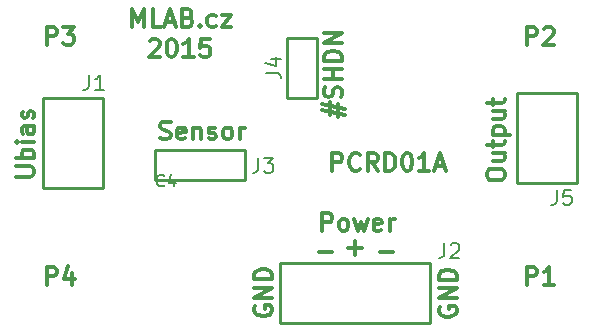
<source format=gbr>
G04 #@! TF.FileFunction,Legend,Top*
%FSLAX46Y46*%
G04 Gerber Fmt 4.6, Leading zero omitted, Abs format (unit mm)*
G04 Created by KiCad (PCBNEW 0.201503230816+5530~22~ubuntu14.04.1-product) date Út 24. březen 2015, 20:19:39 CET*
%MOMM*%
G01*
G04 APERTURE LIST*
%ADD10C,0.100000*%
%ADD11C,0.300000*%
%ADD12C,0.254000*%
%ADD13C,0.203200*%
%ADD14C,0.304800*%
%ADD15C,0.150000*%
G04 APERTURE END LIST*
D10*
D11*
X28305715Y14116929D02*
X28305715Y15616929D01*
X28877143Y15616929D01*
X29020001Y15545500D01*
X29091429Y15474071D01*
X29162858Y15331214D01*
X29162858Y15116929D01*
X29091429Y14974071D01*
X29020001Y14902643D01*
X28877143Y14831214D01*
X28305715Y14831214D01*
X30662858Y14259786D02*
X30591429Y14188357D01*
X30377143Y14116929D01*
X30234286Y14116929D01*
X30020001Y14188357D01*
X29877143Y14331214D01*
X29805715Y14474071D01*
X29734286Y14759786D01*
X29734286Y14974071D01*
X29805715Y15259786D01*
X29877143Y15402643D01*
X30020001Y15545500D01*
X30234286Y15616929D01*
X30377143Y15616929D01*
X30591429Y15545500D01*
X30662858Y15474071D01*
X32162858Y14116929D02*
X31662858Y14831214D01*
X31305715Y14116929D02*
X31305715Y15616929D01*
X31877143Y15616929D01*
X32020001Y15545500D01*
X32091429Y15474071D01*
X32162858Y15331214D01*
X32162858Y15116929D01*
X32091429Y14974071D01*
X32020001Y14902643D01*
X31877143Y14831214D01*
X31305715Y14831214D01*
X32805715Y14116929D02*
X32805715Y15616929D01*
X33162858Y15616929D01*
X33377143Y15545500D01*
X33520001Y15402643D01*
X33591429Y15259786D01*
X33662858Y14974071D01*
X33662858Y14759786D01*
X33591429Y14474071D01*
X33520001Y14331214D01*
X33377143Y14188357D01*
X33162858Y14116929D01*
X32805715Y14116929D01*
X34591429Y15616929D02*
X34734286Y15616929D01*
X34877143Y15545500D01*
X34948572Y15474071D01*
X35020001Y15331214D01*
X35091429Y15045500D01*
X35091429Y14688357D01*
X35020001Y14402643D01*
X34948572Y14259786D01*
X34877143Y14188357D01*
X34734286Y14116929D01*
X34591429Y14116929D01*
X34448572Y14188357D01*
X34377143Y14259786D01*
X34305715Y14402643D01*
X34234286Y14688357D01*
X34234286Y15045500D01*
X34305715Y15331214D01*
X34377143Y15474071D01*
X34448572Y15545500D01*
X34591429Y15616929D01*
X36520000Y14116929D02*
X35662857Y14116929D01*
X36091429Y14116929D02*
X36091429Y15616929D01*
X35948572Y15402643D01*
X35805714Y15259786D01*
X35662857Y15188357D01*
X37091428Y14545500D02*
X37805714Y14545500D01*
X36948571Y14116929D02*
X37448571Y15616929D01*
X37948571Y14116929D01*
X12859072Y25126071D02*
X12930501Y25197500D01*
X13073358Y25268929D01*
X13430501Y25268929D01*
X13573358Y25197500D01*
X13644787Y25126071D01*
X13716215Y24983214D01*
X13716215Y24840357D01*
X13644787Y24626071D01*
X12787644Y23768929D01*
X13716215Y23768929D01*
X14644786Y25268929D02*
X14787643Y25268929D01*
X14930500Y25197500D01*
X15001929Y25126071D01*
X15073358Y24983214D01*
X15144786Y24697500D01*
X15144786Y24340357D01*
X15073358Y24054643D01*
X15001929Y23911786D01*
X14930500Y23840357D01*
X14787643Y23768929D01*
X14644786Y23768929D01*
X14501929Y23840357D01*
X14430500Y23911786D01*
X14359072Y24054643D01*
X14287643Y24340357D01*
X14287643Y24697500D01*
X14359072Y24983214D01*
X14430500Y25126071D01*
X14501929Y25197500D01*
X14644786Y25268929D01*
X16573357Y23768929D02*
X15716214Y23768929D01*
X16144786Y23768929D02*
X16144786Y25268929D01*
X16001929Y25054643D01*
X15859071Y24911786D01*
X15716214Y24840357D01*
X17930500Y25268929D02*
X17216214Y25268929D01*
X17144785Y24554643D01*
X17216214Y24626071D01*
X17359071Y24697500D01*
X17716214Y24697500D01*
X17859071Y24626071D01*
X17930500Y24554643D01*
X18001928Y24411786D01*
X18001928Y24054643D01*
X17930500Y23911786D01*
X17859071Y23840357D01*
X17716214Y23768929D01*
X17359071Y23768929D01*
X17216214Y23840357D01*
X17144785Y23911786D01*
X11386857Y26308929D02*
X11386857Y27808929D01*
X11886857Y26737500D01*
X12386857Y27808929D01*
X12386857Y26308929D01*
X13815429Y26308929D02*
X13101143Y26308929D01*
X13101143Y27808929D01*
X14244000Y26737500D02*
X14958286Y26737500D01*
X14101143Y26308929D02*
X14601143Y27808929D01*
X15101143Y26308929D01*
X16101143Y27094643D02*
X16315429Y27023214D01*
X16386857Y26951786D01*
X16458286Y26808929D01*
X16458286Y26594643D01*
X16386857Y26451786D01*
X16315429Y26380357D01*
X16172571Y26308929D01*
X15601143Y26308929D01*
X15601143Y27808929D01*
X16101143Y27808929D01*
X16244000Y27737500D01*
X16315429Y27666071D01*
X16386857Y27523214D01*
X16386857Y27380357D01*
X16315429Y27237500D01*
X16244000Y27166071D01*
X16101143Y27094643D01*
X15601143Y27094643D01*
X17101143Y26451786D02*
X17172571Y26380357D01*
X17101143Y26308929D01*
X17029714Y26380357D01*
X17101143Y26451786D01*
X17101143Y26308929D01*
X18458286Y26380357D02*
X18315429Y26308929D01*
X18029715Y26308929D01*
X17886857Y26380357D01*
X17815429Y26451786D01*
X17744000Y26594643D01*
X17744000Y27023214D01*
X17815429Y27166071D01*
X17886857Y27237500D01*
X18029715Y27308929D01*
X18315429Y27308929D01*
X18458286Y27237500D01*
X18958286Y27308929D02*
X19744000Y27308929D01*
X18958286Y26308929D01*
X19744000Y26308929D01*
X27452215Y9036929D02*
X27452215Y10536929D01*
X28023643Y10536929D01*
X28166501Y10465500D01*
X28237929Y10394071D01*
X28309358Y10251214D01*
X28309358Y10036929D01*
X28237929Y9894071D01*
X28166501Y9822643D01*
X28023643Y9751214D01*
X27452215Y9751214D01*
X29166501Y9036929D02*
X29023643Y9108357D01*
X28952215Y9179786D01*
X28880786Y9322643D01*
X28880786Y9751214D01*
X28952215Y9894071D01*
X29023643Y9965500D01*
X29166501Y10036929D01*
X29380786Y10036929D01*
X29523643Y9965500D01*
X29595072Y9894071D01*
X29666501Y9751214D01*
X29666501Y9322643D01*
X29595072Y9179786D01*
X29523643Y9108357D01*
X29380786Y9036929D01*
X29166501Y9036929D01*
X30166501Y10036929D02*
X30452215Y9036929D01*
X30737929Y9751214D01*
X31023644Y9036929D01*
X31309358Y10036929D01*
X32452215Y9108357D02*
X32309358Y9036929D01*
X32023644Y9036929D01*
X31880787Y9108357D01*
X31809358Y9251214D01*
X31809358Y9822643D01*
X31880787Y9965500D01*
X32023644Y10036929D01*
X32309358Y10036929D01*
X32452215Y9965500D01*
X32523644Y9822643D01*
X32523644Y9679786D01*
X31809358Y9536929D01*
X33166501Y9036929D02*
X33166501Y10036929D01*
X33166501Y9751214D02*
X33237929Y9894071D01*
X33309358Y9965500D01*
X33452215Y10036929D01*
X33595072Y10036929D01*
X32321572Y7258857D02*
X33464429Y7258857D01*
X29654572Y7576357D02*
X30797429Y7576357D01*
X30226000Y7004929D02*
X30226000Y8147786D01*
X27178072Y7258857D02*
X28320929Y7258857D01*
X21792500Y2667143D02*
X21721071Y2524286D01*
X21721071Y2310000D01*
X21792500Y2095715D01*
X21935357Y1952857D01*
X22078214Y1881429D01*
X22363929Y1810000D01*
X22578214Y1810000D01*
X22863929Y1881429D01*
X23006786Y1952857D01*
X23149643Y2095715D01*
X23221071Y2310000D01*
X23221071Y2452857D01*
X23149643Y2667143D01*
X23078214Y2738572D01*
X22578214Y2738572D01*
X22578214Y2452857D01*
X23221071Y3381429D02*
X21721071Y3381429D01*
X23221071Y4238572D01*
X21721071Y4238572D01*
X23221071Y4952858D02*
X21721071Y4952858D01*
X21721071Y5310001D01*
X21792500Y5524286D01*
X21935357Y5667144D01*
X22078214Y5738572D01*
X22363929Y5810001D01*
X22578214Y5810001D01*
X22863929Y5738572D01*
X23006786Y5667144D01*
X23149643Y5524286D01*
X23221071Y5310001D01*
X23221071Y4952858D01*
X37413500Y2603643D02*
X37342071Y2460786D01*
X37342071Y2246500D01*
X37413500Y2032215D01*
X37556357Y1889357D01*
X37699214Y1817929D01*
X37984929Y1746500D01*
X38199214Y1746500D01*
X38484929Y1817929D01*
X38627786Y1889357D01*
X38770643Y2032215D01*
X38842071Y2246500D01*
X38842071Y2389357D01*
X38770643Y2603643D01*
X38699214Y2675072D01*
X38199214Y2675072D01*
X38199214Y2389357D01*
X38842071Y3317929D02*
X37342071Y3317929D01*
X38842071Y4175072D01*
X37342071Y4175072D01*
X38842071Y4889358D02*
X37342071Y4889358D01*
X37342071Y5246501D01*
X37413500Y5460786D01*
X37556357Y5603644D01*
X37699214Y5675072D01*
X37984929Y5746501D01*
X38199214Y5746501D01*
X38484929Y5675072D01*
X38627786Y5603644D01*
X38770643Y5460786D01*
X38842071Y5246501D01*
X38842071Y4889358D01*
X41406071Y13664785D02*
X41406071Y13950499D01*
X41477500Y14093357D01*
X41620357Y14236214D01*
X41906071Y14307642D01*
X42406071Y14307642D01*
X42691786Y14236214D01*
X42834643Y14093357D01*
X42906071Y13950499D01*
X42906071Y13664785D01*
X42834643Y13521928D01*
X42691786Y13379071D01*
X42406071Y13307642D01*
X41906071Y13307642D01*
X41620357Y13379071D01*
X41477500Y13521928D01*
X41406071Y13664785D01*
X41906071Y15593357D02*
X42906071Y15593357D01*
X41906071Y14950500D02*
X42691786Y14950500D01*
X42834643Y15021928D01*
X42906071Y15164786D01*
X42906071Y15379071D01*
X42834643Y15521928D01*
X42763214Y15593357D01*
X41906071Y16093357D02*
X41906071Y16664786D01*
X41406071Y16307643D02*
X42691786Y16307643D01*
X42834643Y16379071D01*
X42906071Y16521929D01*
X42906071Y16664786D01*
X41906071Y17164786D02*
X43406071Y17164786D01*
X41977500Y17164786D02*
X41906071Y17307643D01*
X41906071Y17593357D01*
X41977500Y17736214D01*
X42048929Y17807643D01*
X42191786Y17879072D01*
X42620357Y17879072D01*
X42763214Y17807643D01*
X42834643Y17736214D01*
X42906071Y17593357D01*
X42906071Y17307643D01*
X42834643Y17164786D01*
X41906071Y19164786D02*
X42906071Y19164786D01*
X41906071Y18521929D02*
X42691786Y18521929D01*
X42834643Y18593357D01*
X42906071Y18736215D01*
X42906071Y18950500D01*
X42834643Y19093357D01*
X42763214Y19164786D01*
X41906071Y19664786D02*
X41906071Y20236215D01*
X41406071Y19879072D02*
X42691786Y19879072D01*
X42834643Y19950500D01*
X42906071Y20093358D01*
X42906071Y20236215D01*
X28126571Y18852000D02*
X28126571Y19923429D01*
X27483714Y19280572D02*
X29412286Y18852000D01*
X28769429Y19780572D02*
X28769429Y18709143D01*
X29412286Y19352000D02*
X27483714Y19780572D01*
X29055143Y20352000D02*
X29126571Y20566286D01*
X29126571Y20923429D01*
X29055143Y21066286D01*
X28983714Y21137715D01*
X28840857Y21209143D01*
X28698000Y21209143D01*
X28555143Y21137715D01*
X28483714Y21066286D01*
X28412286Y20923429D01*
X28340857Y20637715D01*
X28269429Y20494857D01*
X28198000Y20423429D01*
X28055143Y20352000D01*
X27912286Y20352000D01*
X27769429Y20423429D01*
X27698000Y20494857D01*
X27626571Y20637715D01*
X27626571Y20994857D01*
X27698000Y21209143D01*
X29126571Y21852000D02*
X27626571Y21852000D01*
X28340857Y21852000D02*
X28340857Y22709143D01*
X29126571Y22709143D02*
X27626571Y22709143D01*
X29126571Y23423429D02*
X27626571Y23423429D01*
X27626571Y23780572D01*
X27698000Y23994857D01*
X27840857Y24137715D01*
X27983714Y24209143D01*
X28269429Y24280572D01*
X28483714Y24280572D01*
X28769429Y24209143D01*
X28912286Y24137715D01*
X29055143Y23994857D01*
X29126571Y23780572D01*
X29126571Y23423429D01*
X29126571Y24923429D02*
X27626571Y24923429D01*
X29126571Y25780572D01*
X27626571Y25780572D01*
X13772000Y16855357D02*
X13986286Y16783929D01*
X14343429Y16783929D01*
X14486286Y16855357D01*
X14557715Y16926786D01*
X14629143Y17069643D01*
X14629143Y17212500D01*
X14557715Y17355357D01*
X14486286Y17426786D01*
X14343429Y17498214D01*
X14057715Y17569643D01*
X13914857Y17641071D01*
X13843429Y17712500D01*
X13772000Y17855357D01*
X13772000Y17998214D01*
X13843429Y18141071D01*
X13914857Y18212500D01*
X14057715Y18283929D01*
X14414857Y18283929D01*
X14629143Y18212500D01*
X15843428Y16855357D02*
X15700571Y16783929D01*
X15414857Y16783929D01*
X15272000Y16855357D01*
X15200571Y16998214D01*
X15200571Y17569643D01*
X15272000Y17712500D01*
X15414857Y17783929D01*
X15700571Y17783929D01*
X15843428Y17712500D01*
X15914857Y17569643D01*
X15914857Y17426786D01*
X15200571Y17283929D01*
X16557714Y17783929D02*
X16557714Y16783929D01*
X16557714Y17641071D02*
X16629142Y17712500D01*
X16772000Y17783929D01*
X16986285Y17783929D01*
X17129142Y17712500D01*
X17200571Y17569643D01*
X17200571Y16783929D01*
X17843428Y16855357D02*
X17986285Y16783929D01*
X18272000Y16783929D01*
X18414857Y16855357D01*
X18486285Y16998214D01*
X18486285Y17069643D01*
X18414857Y17212500D01*
X18272000Y17283929D01*
X18057714Y17283929D01*
X17914857Y17355357D01*
X17843428Y17498214D01*
X17843428Y17569643D01*
X17914857Y17712500D01*
X18057714Y17783929D01*
X18272000Y17783929D01*
X18414857Y17712500D01*
X19343429Y16783929D02*
X19200571Y16855357D01*
X19129143Y16926786D01*
X19057714Y17069643D01*
X19057714Y17498214D01*
X19129143Y17641071D01*
X19200571Y17712500D01*
X19343429Y17783929D01*
X19557714Y17783929D01*
X19700571Y17712500D01*
X19772000Y17641071D01*
X19843429Y17498214D01*
X19843429Y17069643D01*
X19772000Y16926786D01*
X19700571Y16855357D01*
X19557714Y16783929D01*
X19343429Y16783929D01*
X20486286Y16783929D02*
X20486286Y17783929D01*
X20486286Y17498214D02*
X20557714Y17641071D01*
X20629143Y17712500D01*
X20772000Y17783929D01*
X20914857Y17783929D01*
X1528071Y13633000D02*
X2742357Y13633000D01*
X2885214Y13704428D01*
X2956643Y13775857D01*
X3028071Y13918714D01*
X3028071Y14204428D01*
X2956643Y14347286D01*
X2885214Y14418714D01*
X2742357Y14490143D01*
X1528071Y14490143D01*
X3028071Y15204429D02*
X1528071Y15204429D01*
X2099500Y15204429D02*
X2028071Y15347286D01*
X2028071Y15633000D01*
X2099500Y15775857D01*
X2170929Y15847286D01*
X2313786Y15918715D01*
X2742357Y15918715D01*
X2885214Y15847286D01*
X2956643Y15775857D01*
X3028071Y15633000D01*
X3028071Y15347286D01*
X2956643Y15204429D01*
X3028071Y16561572D02*
X2028071Y16561572D01*
X1528071Y16561572D02*
X1599500Y16490143D01*
X1670929Y16561572D01*
X1599500Y16633000D01*
X1528071Y16561572D01*
X1670929Y16561572D01*
X3028071Y17918715D02*
X2242357Y17918715D01*
X2099500Y17847286D01*
X2028071Y17704429D01*
X2028071Y17418715D01*
X2099500Y17275858D01*
X2956643Y17918715D02*
X3028071Y17775858D01*
X3028071Y17418715D01*
X2956643Y17275858D01*
X2813786Y17204429D01*
X2670929Y17204429D01*
X2528071Y17275858D01*
X2456643Y17418715D01*
X2456643Y17775858D01*
X2385214Y17918715D01*
X2956643Y18561572D02*
X3028071Y18704429D01*
X3028071Y18990144D01*
X2956643Y19133001D01*
X2813786Y19204429D01*
X2742357Y19204429D01*
X2599500Y19133001D01*
X2528071Y18990144D01*
X2528071Y18775858D01*
X2456643Y18633001D01*
X2313786Y18561572D01*
X2242357Y18561572D01*
X2099500Y18633001D01*
X2028071Y18775858D01*
X2028071Y18990144D01*
X2099500Y19133001D01*
D12*
X8890000Y12700000D02*
X8890000Y20320000D01*
X8890000Y20320000D02*
X3810000Y20320000D01*
X3810000Y20320000D02*
X3810000Y15240000D01*
X8890000Y12700000D02*
X6350000Y12700000D01*
X3810000Y12700000D02*
X6350000Y12700000D01*
X3810000Y15240000D02*
X3810000Y12700000D01*
X26466800Y6350000D02*
X27736800Y6350000D01*
X23926800Y6350000D02*
X26466800Y6350000D01*
X36626800Y1270000D02*
X36626800Y6350000D01*
X34086800Y6350000D02*
X36626800Y6350000D01*
X34086800Y1270000D02*
X36626800Y1270000D01*
X34086800Y1270000D02*
X36626800Y1270000D01*
X34086800Y6350000D02*
X36626800Y6350000D01*
X36626800Y1270000D02*
X36626800Y6350000D01*
X32816800Y6350000D02*
X35356800Y6350000D01*
X29006800Y1270000D02*
X31546800Y1270000D01*
X29006800Y1270000D02*
X31546800Y1270000D01*
X32816800Y6350000D02*
X35356800Y6350000D01*
X32816800Y6350000D02*
X35356800Y6350000D01*
X31546800Y1270000D02*
X34086800Y1270000D01*
X31546800Y1270000D02*
X34086800Y1270000D01*
X32816800Y6350000D02*
X35356800Y6350000D01*
X23926800Y1270000D02*
X31546800Y1270000D01*
X35356800Y6350000D02*
X30276800Y6350000D01*
X23926800Y1270000D02*
X23926800Y3810000D01*
X23926800Y6350000D02*
X23926800Y3810000D01*
X30276800Y6350000D02*
X27736800Y6350000D01*
X24511000Y20320000D02*
X24511000Y22860000D01*
X27051000Y22860000D02*
X27051000Y25400000D01*
X27051000Y25400000D02*
X24511000Y25400000D01*
X24511000Y22860000D02*
X24511000Y25400000D01*
X24511000Y20320000D02*
X27051000Y20320000D01*
X27051000Y20320000D02*
X27051000Y22860000D01*
X48996600Y13055600D02*
X48996600Y20675600D01*
X48996600Y20675600D02*
X43916600Y20675600D01*
X43916600Y20675600D02*
X43916600Y15595600D01*
X48996600Y13055600D02*
X46456600Y13055600D01*
X43916600Y13055600D02*
X46456600Y13055600D01*
X43916600Y15595600D02*
X43916600Y13055600D01*
X15875000Y13335000D02*
X20955000Y13335000D01*
X20955000Y13335000D02*
X20955000Y15875000D01*
X20955000Y15875000D02*
X15875000Y15875000D01*
X13335000Y15875000D02*
X15875000Y15875000D01*
X13335000Y15875000D02*
X13335000Y13335000D01*
X13335000Y13335000D02*
X15875000Y13335000D01*
D13*
X7704667Y22221976D02*
X7704667Y21314833D01*
X7644191Y21133405D01*
X7523239Y21012452D01*
X7341810Y20951976D01*
X7220858Y20951976D01*
X8974667Y20951976D02*
X8248953Y20951976D01*
X8611810Y20951976D02*
X8611810Y22221976D01*
X8490858Y22040548D01*
X8369905Y21919595D01*
X8248953Y21859119D01*
X37803667Y7997976D02*
X37803667Y7090833D01*
X37743191Y6909405D01*
X37622239Y6788452D01*
X37440810Y6727976D01*
X37319858Y6727976D01*
X38347953Y7877024D02*
X38408429Y7937500D01*
X38529381Y7997976D01*
X38831762Y7997976D01*
X38952715Y7937500D01*
X39013191Y7877024D01*
X39073667Y7756071D01*
X39073667Y7635119D01*
X39013191Y7453690D01*
X38287477Y6727976D01*
X39073667Y6727976D01*
X22672524Y22436667D02*
X23579667Y22436667D01*
X23761095Y22376191D01*
X23882048Y22255239D01*
X23942524Y22073810D01*
X23942524Y21952858D01*
X23095857Y23585715D02*
X23942524Y23585715D01*
X22612048Y23283334D02*
X23519190Y22980953D01*
X23519190Y23767143D01*
X47328667Y12506476D02*
X47328667Y11599333D01*
X47268191Y11417905D01*
X47147239Y11296952D01*
X46965810Y11236476D01*
X46844858Y11236476D01*
X48538191Y12506476D02*
X47933429Y12506476D01*
X47872953Y11901714D01*
X47933429Y11962190D01*
X48054381Y12022667D01*
X48356762Y12022667D01*
X48477715Y11962190D01*
X48538191Y11901714D01*
X48598667Y11780762D01*
X48598667Y11478381D01*
X48538191Y11357429D01*
X48477715Y11296952D01*
X48356762Y11236476D01*
X48054381Y11236476D01*
X47933429Y11296952D01*
X47872953Y11357429D01*
D14*
X44772943Y4466771D02*
X44772943Y5990771D01*
X45353515Y5990771D01*
X45498657Y5918200D01*
X45571229Y5845629D01*
X45643800Y5700486D01*
X45643800Y5482771D01*
X45571229Y5337629D01*
X45498657Y5265057D01*
X45353515Y5192486D01*
X44772943Y5192486D01*
X47095229Y4466771D02*
X46224372Y4466771D01*
X46659800Y4466771D02*
X46659800Y5990771D01*
X46514657Y5773057D01*
X46369515Y5627914D01*
X46224372Y5555343D01*
X44772943Y24786771D02*
X44772943Y26310771D01*
X45353515Y26310771D01*
X45498657Y26238200D01*
X45571229Y26165629D01*
X45643800Y26020486D01*
X45643800Y25802771D01*
X45571229Y25657629D01*
X45498657Y25585057D01*
X45353515Y25512486D01*
X44772943Y25512486D01*
X46224372Y26165629D02*
X46296943Y26238200D01*
X46442086Y26310771D01*
X46804943Y26310771D01*
X46950086Y26238200D01*
X47022657Y26165629D01*
X47095229Y26020486D01*
X47095229Y25875343D01*
X47022657Y25657629D01*
X46151800Y24786771D01*
X47095229Y24786771D01*
X4132943Y24786771D02*
X4132943Y26310771D01*
X4713515Y26310771D01*
X4858657Y26238200D01*
X4931229Y26165629D01*
X5003800Y26020486D01*
X5003800Y25802771D01*
X4931229Y25657629D01*
X4858657Y25585057D01*
X4713515Y25512486D01*
X4132943Y25512486D01*
X5511800Y26310771D02*
X6455229Y26310771D01*
X5947229Y25730200D01*
X6164943Y25730200D01*
X6310086Y25657629D01*
X6382657Y25585057D01*
X6455229Y25439914D01*
X6455229Y25077057D01*
X6382657Y24931914D01*
X6310086Y24859343D01*
X6164943Y24786771D01*
X5729515Y24786771D01*
X5584372Y24859343D01*
X5511800Y24931914D01*
X4132943Y4466771D02*
X4132943Y5990771D01*
X4713515Y5990771D01*
X4858657Y5918200D01*
X4931229Y5845629D01*
X5003800Y5700486D01*
X5003800Y5482771D01*
X4931229Y5337629D01*
X4858657Y5265057D01*
X4713515Y5192486D01*
X4132943Y5192486D01*
X6310086Y5482771D02*
X6310086Y4466771D01*
X5947229Y6063343D02*
X5584372Y4974771D01*
X6527800Y4974771D01*
D13*
X22055667Y15236976D02*
X22055667Y14329833D01*
X21995191Y14148405D01*
X21874239Y14027452D01*
X21692810Y13966976D01*
X21571858Y13966976D01*
X22539477Y15236976D02*
X23325667Y15236976D01*
X22902334Y14753167D01*
X23083762Y14753167D01*
X23204715Y14692690D01*
X23265191Y14632214D01*
X23325667Y14511262D01*
X23325667Y14208881D01*
X23265191Y14087929D01*
X23204715Y14027452D01*
X23083762Y13966976D01*
X22720905Y13966976D01*
X22599953Y14027452D01*
X22539477Y14087929D01*
D15*
X14082734Y12888957D02*
X14035115Y12841338D01*
X13892258Y12793719D01*
X13797020Y12793719D01*
X13654162Y12841338D01*
X13558924Y12936576D01*
X13511305Y13031814D01*
X13463686Y13222290D01*
X13463686Y13365148D01*
X13511305Y13555624D01*
X13558924Y13650862D01*
X13654162Y13746100D01*
X13797020Y13793719D01*
X13892258Y13793719D01*
X14035115Y13746100D01*
X14082734Y13698481D01*
X14939877Y13460386D02*
X14939877Y12793719D01*
X14701781Y13841338D02*
X14463686Y13127052D01*
X15082734Y13127052D01*
M02*

</source>
